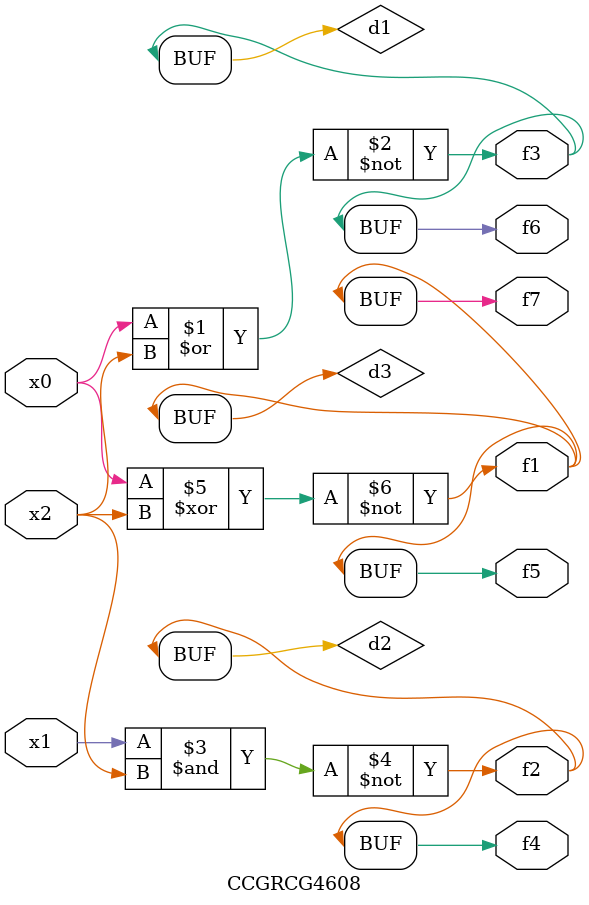
<source format=v>
module CCGRCG4608(
	input x0, x1, x2,
	output f1, f2, f3, f4, f5, f6, f7
);

	wire d1, d2, d3;

	nor (d1, x0, x2);
	nand (d2, x1, x2);
	xnor (d3, x0, x2);
	assign f1 = d3;
	assign f2 = d2;
	assign f3 = d1;
	assign f4 = d2;
	assign f5 = d3;
	assign f6 = d1;
	assign f7 = d3;
endmodule

</source>
